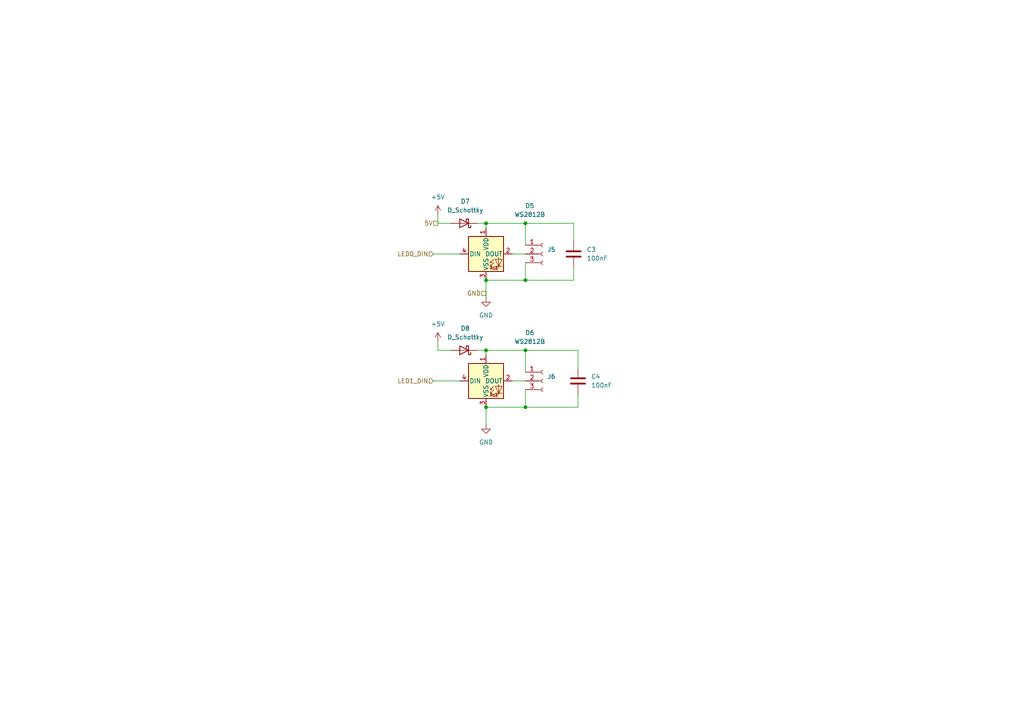
<source format=kicad_sch>
(kicad_sch (version 20230121) (generator eeschema)
  (paper "A4")
  (title_block (title "ConnectorX") (date "2023-11-14") (rev "2") (company "Evan Rust"))
  (lib_symbols
    (symbol "Connector:Conn_01x03_Socket" (pin_names (offset 1.016) hide)
      (property "Reference" "J" (at 0 5.08 0))
      (property "Value" "Conn_01x03_Socket" (at 0 -5.08 0))
      (symbol "Conn_01x03_Socket_1_1"
        (arc (start 0 -2.032) (mid -0.5058 -2.54) (end 0 -3.048) (stroke (width 0.1524)))
        (polyline (pts (xy -1.27 -2.54) (xy -0.508 -2.54)) (stroke (width 0.1524)))
        (polyline (pts (xy -1.27 0) (xy -0.508 0)) (stroke (width 0.1524)))
        (polyline (pts (xy -1.27 2.54) (xy -0.508 2.54)) (stroke (width 0.1524)))
        (arc (start 0 0.508) (mid -0.5058 0) (end 0 -0.508) (stroke (width 0.1524)))
        (arc (start 0 3.048) (mid -0.5058 2.54) (end 0 2.032) (stroke (width 0.1524)))
        (pin passive line (at -5.08 2.54 0) (length 3.81) (name "Pin_1") (number "1"))
        (pin passive line (at -5.08 0 0) (length 3.81) (name "Pin_2") (number "2"))
        (pin passive line (at -5.08 -2.54 0) (length 3.81) (name "Pin_3") (number "3"))
      )
    )
    (symbol "Device:C" (pin_numbers hide) (pin_names (offset 0.254))
      (property "Reference" "C" (at 0.635 2.54 0))
      (property "Value" "C" (at 0.635 -2.54 0))
      (symbol "C_0_1"
        (polyline (pts (xy -2.032 -0.762) (xy 2.032 -0.762)) (stroke (width 0.508)))
        (polyline (pts (xy -2.032 0.762) (xy 2.032 0.762)) (stroke (width 0.508)))
      )
      (symbol "C_1_1"
        (pin passive line (at 0 3.81 270) (length 2.794) (name "~") (number "1"))
        (pin passive line (at 0 -3.81 90) (length 2.794) (name "~") (number "2"))
      )
    )
    (symbol "Device:D_Schottky" (pin_numbers hide) (pin_names (offset 1.016) hide)
      (property "Reference" "D" (at 0 2.54 0))
      (property "Value" "D_Schottky" (at 0 -2.54 0))
      (symbol "D_Schottky_0_1"
        (polyline (pts (xy 1.27 0) (xy -1.27 0)))
        (polyline (pts (xy 1.27 1.27) (xy 1.27 -1.27) (xy -1.27 0) (xy 1.27 1.27)) (stroke (width 0.254)))
        (polyline (pts (xy -1.905 0.635) (xy -1.905 1.27) (xy -1.27 1.27) (xy -1.27 -1.27) (xy -0.635 -1.27) (xy -0.635 -0.635)) (stroke (width 0.254)))
      )
      (symbol "D_Schottky_1_1"
        (pin passive line (at -3.81 0 0) (length 2.54) (name "K") (number "1"))
        (pin passive line (at 3.81 0 180) (length 2.54) (name "A") (number "2"))
      )
    )
    (symbol "LED:WS2812B" (pin_names (offset 0.254))
      (property "Reference" "D" (at 5.08 5.715 0))
      (property "Value" "WS2812B" (at 1.27 -5.715 0))
      (symbol "WS2812B_0_0"
        (text "RGB" (at 2.286 -4.191 0) (effects (font (size 0.762 0.762))))
      )
      (symbol "WS2812B_0_1"
        (polyline (pts (xy 1.27 -3.556) (xy 1.778 -3.556)))
        (polyline (pts (xy 1.27 -2.54) (xy 1.778 -2.54)))
        (polyline (pts (xy 4.699 -3.556) (xy 2.667 -3.556)))
        (polyline (pts (xy 2.286 -2.54) (xy 1.27 -3.556) (xy 1.27 -3.048)))
        (polyline (pts (xy 2.286 -1.524) (xy 1.27 -2.54) (xy 1.27 -2.032)))
        (polyline (pts (xy 3.683 -1.016) (xy 3.683 -3.556) (xy 3.683 -4.064)))
        (polyline (pts (xy 4.699 -1.524) (xy 2.667 -1.524) (xy 3.683 -3.556) (xy 4.699 -1.524)))
        (rectangle (start 5.08 5.08) (end -5.08 -5.08) (stroke (width 0.254)) (fill (type background)))
      )
      (symbol "WS2812B_1_1"
        (pin power_in line (at 0 7.62 270) (length 2.54) (name "VDD") (number "1"))
        (pin output line (at 7.62 0 180) (length 2.54) (name "DOUT") (number "2"))
        (pin power_in line (at 0 -7.62 90) (length 2.54) (name "VSS") (number "3"))
        (pin input line (at -7.62 0 0) (length 2.54) (name "DIN") (number "4"))
      )
    )
    (symbol "power:+5V" (power) (pin_names (offset 0))
      (property "Value" "+5V" (at 0 3.556 0))
      (symbol "+5V_0_1"
        (polyline (pts (xy -0.762 1.27) (xy 0 2.54)))
        (polyline (pts (xy 0 0) (xy 0 2.54)))
        (polyline (pts (xy 0 2.54) (xy 0.762 1.27)))
      )
      (symbol "+5V_1_1"
        (pin power_in line (at 0 0 90) (length 0) hide (name "+5V") (number "1"))
      )
    )
    (symbol "power:GND" (power) (pin_names (offset 0))
      (property "Value" "GND" (at 0 -3.81 0))
      (symbol "GND_0_1"
        (polyline (pts (xy 0 0) (xy 0 -1.27) (xy 1.27 -1.27) (xy 0 -2.54) (xy -1.27 -1.27) (xy 0 -1.27)))
      )
      (symbol "GND_1_1"
        (pin power_in line (at 0 0 270) (length 0) hide (name "GND") (number "1"))
      )
    )
  )
  (junction (at 140.97 101.6))
  (junction (at 140.97 81.28))
  (junction (at 152.4 64.77))
  (junction (at 140.97 64.77))
  (junction (at 152.4 81.28))
  (junction (at 152.4 101.6))
  (junction (at 140.97 118.11))
  (junction (at 152.4 118.11))
  (wire (pts (xy 140.97 64.77) (xy 152.4 64.77)))
  (wire (pts (xy 140.97 81.28) (xy 140.97 86.36)))
  (wire (pts (xy 167.64 114.3) (xy 167.64 118.11)))
  (wire (pts (xy 148.59 73.66) (xy 152.4 73.66)))
  (wire (pts (xy 127 62.23) (xy 127 64.77)))
  (wire (pts (xy 140.97 101.6) (xy 152.4 101.6)))
  (wire (pts (xy 140.97 81.28) (xy 152.4 81.28)))
  (wire (pts (xy 127 101.6) (xy 130.81 101.6)))
  (wire (pts (xy 140.97 64.77) (xy 140.97 66.04)))
  (wire (pts (xy 138.43 101.6) (xy 140.97 101.6)))
  (wire (pts (xy 166.37 64.77) (xy 166.37 69.85)))
  (wire (pts (xy 152.4 101.6) (xy 152.4 107.95)))
  (wire (pts (xy 125.73 73.66) (xy 133.35 73.66)))
  (wire (pts (xy 127 64.77) (xy 130.81 64.77)))
  (wire (pts (xy 152.4 64.77) (xy 152.4 71.12)))
  (wire (pts (xy 127 99.06) (xy 127 101.6)))
  (wire (pts (xy 152.4 81.28) (xy 166.37 81.28)))
  (wire (pts (xy 138.43 64.77) (xy 140.97 64.77)))
  (wire (pts (xy 166.37 81.28) (xy 166.37 77.47)))
  (wire (pts (xy 125.73 110.49) (xy 133.35 110.49)))
  (wire (pts (xy 152.4 76.2) (xy 152.4 81.28)))
  (wire (pts (xy 140.97 101.6) (xy 140.97 102.87)))
  (wire (pts (xy 152.4 101.6) (xy 167.64 101.6)))
  (wire (pts (xy 140.97 118.11) (xy 140.97 123.19)))
  (wire (pts (xy 152.4 64.77) (xy 166.37 64.77)))
  (wire (pts (xy 167.64 106.68) (xy 167.64 101.6)))
  (wire (pts (xy 152.4 113.03) (xy 152.4 118.11)))
  (wire (pts (xy 140.97 118.11) (xy 152.4 118.11)))
  (wire (pts (xy 148.59 110.49) (xy 152.4 110.49)))
  (wire (pts (xy 152.4 118.11) (xy 167.64 118.11)))
  (hierarchical_label "GND" (shape passive) (at 140.97 85.09 180))
  (hierarchical_label "5V" (shape passive) (at 127 64.77 180))
  (hierarchical_label "LED1_DIN" (shape input) (at 125.73 110.49 180))
  (hierarchical_label "LED0_DIN" (shape input) (at 125.73 73.66 180))
  (symbol (lib_id "LED:WS2812B") (at 140.97 73.66 0) (unit 1)
    (property "Reference" "D5" (at 153.67 59.69 0))
    (property "Value" "WS2812B" (at 153.67 62.23 0))
    (property "Footprint" "LED_SMD:LED_WS2812B_PLCC4_5.0x5.0mm_P3.2mm" (effects hide))
    (property "Datasheet" "https://cdn-shop.adafruit.com/datasheets/WS2812B.pdf" (effects hide))
  )
  (symbol (lib_id "Connector:Conn_01x03_Socket") (at 157.48 110.49 0) (unit 1)
    (property "Reference" "J6" (at 158.75 109.22 0) (effects (justify left)))
    (property "Value" "Conn_01x03_Socket" (effects hide))
    (property "Footprint" "Connector_JST:JST_VH_B3PS-VH_1x03_P3.96mm_Horizontal" (effects hide))
  )
  (symbol (lib_id "Device:D_Schottky") (at 134.62 64.77 180) (unit 1)
    (property "Reference" "D7" (at 134.9375 58.42 0))
    (property "Value" "D_Schottky" (at 134.9375 60.96 0))
    (property "Footprint" "Diode_SMD:D_SMA" (effects hide))
  )
  (symbol (lib_id "Device:D_Schottky") (at 134.62 101.6 180) (unit 1)
    (property "Reference" "D8" (at 134.9375 95.25 0))
    (property "Value" "D_Schottky" (at 134.9375 97.79 0))
    (property "Footprint" "Diode_SMD:D_SMA" (effects hide))
  )
  (symbol (lib_id "Connector:Conn_01x03_Socket") (at 157.48 73.66 0) (unit 1)
    (property "Reference" "J5" (at 158.75 72.39 0) (effects (justify left)))
    (property "Value" "Conn_01x03_Socket" (effects hide))
    (property "Footprint" "Connector_JST:JST_VH_B3PS-VH_1x03_P3.96mm_Horizontal" (effects hide))
  )
  (symbol (lib_id "power:+5V") (at 127 99.06 0) (unit 1)
    (property "Reference" "#PWR023" (effects hide))
    (property "Value" "+5V" (at 127 93.98 0))
  )
  (symbol (lib_id "LED:WS2812B") (at 140.97 110.49 0) (unit 1)
    (property "Reference" "D6" (at 153.67 96.52 0))
    (property "Value" "WS2812B" (at 153.67 99.06 0))
    (property "Footprint" "LED_SMD:LED_WS2812B_PLCC4_5.0x5.0mm_P3.2mm" (effects hide))
    (property "Datasheet" "https://cdn-shop.adafruit.com/datasheets/WS2812B.pdf" (effects hide))
  )
  (symbol (lib_id "Device:C") (at 167.64 110.49 0) (unit 1)
    (property "Reference" "C4" (at 171.45 109.22 0) (effects (justify left)))
    (property "Value" "100nF" (at 171.45 111.76 0) (effects (justify left)))
    (property "Footprint" "Capacitor_SMD:C_0603_1608Metric" (effects hide))
  )
  (symbol (lib_id "power:+5V") (at 127 62.23 0) (unit 1)
    (property "Reference" "#PWR022" (effects hide))
    (property "Value" "+5V" (at 127 57.15 0))
  )
  (symbol (lib_id "power:GND") (at 140.97 86.36 0) (unit 1)
    (property "Reference" "#PWR021" (effects hide))
    (property "Value" "GND" (at 140.97 91.44 0))
  )
  (symbol (lib_id "Device:C") (at 166.37 73.66 0) (unit 1)
    (property "Reference" "C3" (at 170.18 72.39 0) (effects (justify left)))
    (property "Value" "100nF" (at 170.18 74.93 0) (effects (justify left)))
    (property "Footprint" "Capacitor_SMD:C_0603_1608Metric" (effects hide))
  )
  (symbol (lib_id "power:GND") (at 140.97 123.19 0) (unit 1)
    (property "Reference" "#PWR020" (effects hide))
    (property "Value" "GND" (at 140.97 128.27 0))
  )
)
</source>
